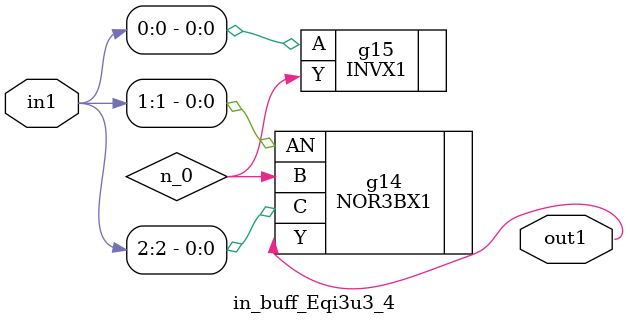
<source format=v>
`timescale 1ps / 1ps


module in_buff_Eqi3u3_4(in1, out1);
  input [2:0] in1;
  output out1;
  wire [2:0] in1;
  wire out1;
  wire n_0;
  NOR3BX1 g14(.AN (in1[1]), .B (n_0), .C (in1[2]), .Y (out1));
  INVX1 g15(.A (in1[0]), .Y (n_0));
endmodule



</source>
